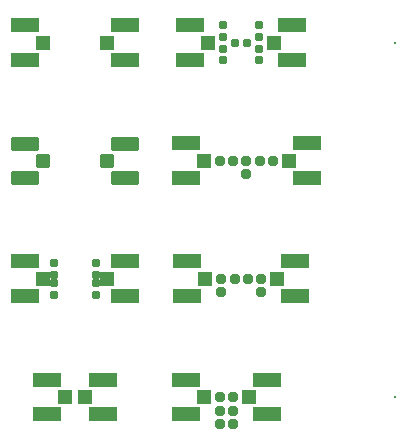
<source format=gts>
G04*
G04 #@! TF.GenerationSoftware,Altium Limited,CircuitStudio,1.5.2 (30)*
G04*
G04 Layer_Color=8388736*
%FSLAX24Y24*%
%MOIN*%
G70*
G01*
G75*
G04:AMPARAMS|DCode=31|XSize=27.6mil|YSize=27.6mil|CornerRadius=6.4mil|HoleSize=0mil|Usage=FLASHONLY|Rotation=0.000|XOffset=0mil|YOffset=0mil|HoleType=Round|Shape=RoundedRectangle|*
%AMROUNDEDRECTD31*
21,1,0.0276,0.0148,0,0,0.0*
21,1,0.0148,0.0276,0,0,0.0*
1,1,0.0128,0.0074,-0.0074*
1,1,0.0128,-0.0074,-0.0074*
1,1,0.0128,-0.0074,0.0074*
1,1,0.0128,0.0074,0.0074*
%
%ADD31ROUNDEDRECTD31*%
G04:AMPARAMS|DCode=32|XSize=27.6mil|YSize=27.6mil|CornerRadius=6.4mil|HoleSize=0mil|Usage=FLASHONLY|Rotation=270.000|XOffset=0mil|YOffset=0mil|HoleType=Round|Shape=RoundedRectangle|*
%AMROUNDEDRECTD32*
21,1,0.0276,0.0148,0,0,270.0*
21,1,0.0148,0.0276,0,0,270.0*
1,1,0.0128,-0.0074,-0.0074*
1,1,0.0128,-0.0074,0.0074*
1,1,0.0128,0.0074,0.0074*
1,1,0.0128,0.0074,-0.0074*
%
%ADD32ROUNDEDRECTD32*%
G04:AMPARAMS|DCode=33|XSize=49.2mil|YSize=94.5mil|CornerRadius=8.1mil|HoleSize=0mil|Usage=FLASHONLY|Rotation=270.000|XOffset=0mil|YOffset=0mil|HoleType=Round|Shape=RoundedRectangle|*
%AMROUNDEDRECTD33*
21,1,0.0492,0.0783,0,0,270.0*
21,1,0.0331,0.0945,0,0,270.0*
1,1,0.0161,-0.0392,-0.0165*
1,1,0.0161,-0.0392,0.0165*
1,1,0.0161,0.0392,0.0165*
1,1,0.0161,0.0392,-0.0165*
%
%ADD33ROUNDEDRECTD33*%
G04:AMPARAMS|DCode=34|XSize=47.2mil|YSize=49.2mil|CornerRadius=7.9mil|HoleSize=0mil|Usage=FLASHONLY|Rotation=270.000|XOffset=0mil|YOffset=0mil|HoleType=Round|Shape=RoundedRectangle|*
%AMROUNDEDRECTD34*
21,1,0.0472,0.0335,0,0,270.0*
21,1,0.0315,0.0492,0,0,270.0*
1,1,0.0157,-0.0167,-0.0157*
1,1,0.0157,-0.0167,0.0157*
1,1,0.0157,0.0167,0.0157*
1,1,0.0157,0.0167,-0.0157*
%
%ADD34ROUNDEDRECTD34*%
G04:AMPARAMS|DCode=35|XSize=49.2mil|YSize=94.5mil|CornerRadius=6mil|HoleSize=0mil|Usage=FLASHONLY|Rotation=270.000|XOffset=0mil|YOffset=0mil|HoleType=Round|Shape=RoundedRectangle|*
%AMROUNDEDRECTD35*
21,1,0.0492,0.0825,0,0,270.0*
21,1,0.0372,0.0945,0,0,270.0*
1,1,0.0120,-0.0412,-0.0186*
1,1,0.0120,-0.0412,0.0186*
1,1,0.0120,0.0412,0.0186*
1,1,0.0120,0.0412,-0.0186*
%
%ADD35ROUNDEDRECTD35*%
G04:AMPARAMS|DCode=36|XSize=47.2mil|YSize=49.2mil|CornerRadius=5.9mil|HoleSize=0mil|Usage=FLASHONLY|Rotation=270.000|XOffset=0mil|YOffset=0mil|HoleType=Round|Shape=RoundedRectangle|*
%AMROUNDEDRECTD36*
21,1,0.0472,0.0374,0,0,270.0*
21,1,0.0354,0.0492,0,0,270.0*
1,1,0.0118,-0.0187,-0.0177*
1,1,0.0118,-0.0187,0.0177*
1,1,0.0118,0.0187,0.0177*
1,1,0.0118,0.0187,-0.0177*
%
%ADD36ROUNDEDRECTD36*%
G04:AMPARAMS|DCode=37|XSize=35.4mil|YSize=31.5mil|CornerRadius=6.9mil|HoleSize=0mil|Usage=FLASHONLY|Rotation=0.000|XOffset=0mil|YOffset=0mil|HoleType=Round|Shape=RoundedRectangle|*
%AMROUNDEDRECTD37*
21,1,0.0354,0.0177,0,0,0.0*
21,1,0.0217,0.0315,0,0,0.0*
1,1,0.0138,0.0108,-0.0089*
1,1,0.0138,-0.0108,-0.0089*
1,1,0.0138,-0.0108,0.0089*
1,1,0.0138,0.0108,0.0089*
%
%ADD37ROUNDEDRECTD37*%
G04:AMPARAMS|DCode=38|XSize=35.4mil|YSize=31.5mil|CornerRadius=6.9mil|HoleSize=0mil|Usage=FLASHONLY|Rotation=270.000|XOffset=0mil|YOffset=0mil|HoleType=Round|Shape=RoundedRectangle|*
%AMROUNDEDRECTD38*
21,1,0.0354,0.0177,0,0,270.0*
21,1,0.0217,0.0315,0,0,270.0*
1,1,0.0138,-0.0089,-0.0108*
1,1,0.0138,-0.0089,0.0108*
1,1,0.0138,0.0089,0.0108*
1,1,0.0138,0.0089,-0.0108*
%
%ADD38ROUNDEDRECTD38*%
G04:AMPARAMS|DCode=39|XSize=27.6mil|YSize=27.6mil|CornerRadius=8.9mil|HoleSize=0mil|Usage=FLASHONLY|Rotation=0.000|XOffset=0mil|YOffset=0mil|HoleType=Round|Shape=RoundedRectangle|*
%AMROUNDEDRECTD39*
21,1,0.0276,0.0098,0,0,0.0*
21,1,0.0098,0.0276,0,0,0.0*
1,1,0.0177,0.0049,-0.0049*
1,1,0.0177,-0.0049,-0.0049*
1,1,0.0177,-0.0049,0.0049*
1,1,0.0177,0.0049,0.0049*
%
%ADD39ROUNDEDRECTD39*%
%ADD40C,0.0079*%
D31*
X8071Y13189D02*
D03*
Y13583D02*
D03*
X9252Y14370D02*
D03*
Y13976D02*
D03*
X9252Y13189D02*
D03*
Y13583D02*
D03*
X8071Y14370D02*
D03*
Y13976D02*
D03*
D32*
X8465Y13780D02*
D03*
X8858D02*
D03*
D33*
X10354Y13199D02*
D03*
Y14360D02*
D03*
X6969D02*
D03*
Y13199D02*
D03*
X4803D02*
D03*
Y14360D02*
D03*
X1457D02*
D03*
Y13199D02*
D03*
X10866Y9262D02*
D03*
Y10423D02*
D03*
X6811D02*
D03*
Y9262D02*
D03*
X10453Y5325D02*
D03*
Y6486D02*
D03*
X6870D02*
D03*
Y5325D02*
D03*
X4803D02*
D03*
Y6486D02*
D03*
X1457D02*
D03*
Y5325D02*
D03*
X9528Y1388D02*
D03*
Y2549D02*
D03*
X6811D02*
D03*
Y1388D02*
D03*
X4075D02*
D03*
Y2549D02*
D03*
X2185D02*
D03*
Y1388D02*
D03*
D34*
X9754Y13780D02*
D03*
X7569D02*
D03*
X4203D02*
D03*
X2057D02*
D03*
X10266Y9843D02*
D03*
X7411D02*
D03*
X9852Y5906D02*
D03*
X7470D02*
D03*
X4203D02*
D03*
X2057D02*
D03*
X8927Y1969D02*
D03*
X7411D02*
D03*
X3474D02*
D03*
X2785D02*
D03*
D35*
X4803Y9272D02*
D03*
Y10413D02*
D03*
X1457D02*
D03*
Y9272D02*
D03*
D36*
X4193Y9843D02*
D03*
X2067D02*
D03*
D37*
X9291D02*
D03*
X9724D02*
D03*
X7953D02*
D03*
X8386D02*
D03*
X8878Y5906D02*
D03*
X8445D02*
D03*
X8386Y1969D02*
D03*
X7953D02*
D03*
D38*
X8839Y9843D02*
D03*
Y9409D02*
D03*
X9331Y5906D02*
D03*
Y5472D02*
D03*
X7992Y5906D02*
D03*
Y5472D02*
D03*
X8386Y1516D02*
D03*
Y1083D02*
D03*
X7953Y1516D02*
D03*
Y1083D02*
D03*
D39*
X3819Y6043D02*
D03*
Y6437D02*
D03*
X2441Y5768D02*
D03*
Y5374D02*
D03*
X3819Y5768D02*
D03*
Y5374D02*
D03*
X2441Y6043D02*
D03*
Y6437D02*
D03*
D40*
X13780Y1969D02*
D03*
Y13780D02*
D03*
M02*

</source>
